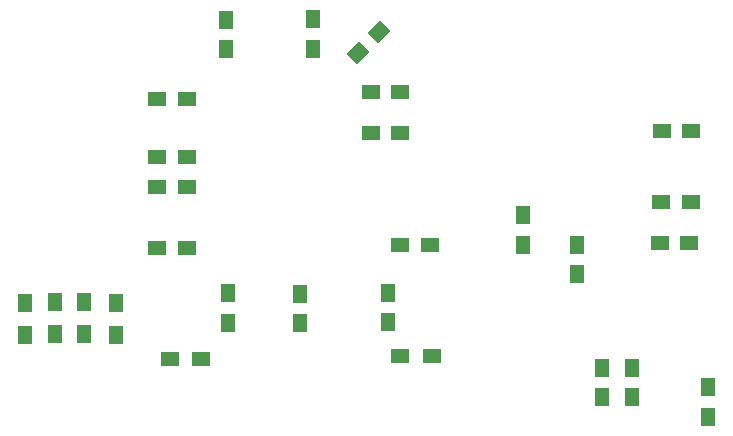
<source format=gbp>
G04 #@! TF.GenerationSoftware,KiCad,Pcbnew,(5.1.6)-1*
G04 #@! TF.CreationDate,2020-11-05T21:16:00+01:00*
G04 #@! TF.ProjectId,lag_tester,6c61675f-7465-4737-9465-722e6b696361,rev?*
G04 #@! TF.SameCoordinates,Original*
G04 #@! TF.FileFunction,Paste,Bot*
G04 #@! TF.FilePolarity,Positive*
%FSLAX46Y46*%
G04 Gerber Fmt 4.6, Leading zero omitted, Abs format (unit mm)*
G04 Created by KiCad (PCBNEW (5.1.6)-1) date 2020-11-05 21:16:00*
%MOMM*%
%LPD*%
G01*
G04 APERTURE LIST*
%ADD10R,1.500000X1.250000*%
%ADD11R,1.300000X1.500000*%
%ADD12R,1.250000X1.500000*%
%ADD13R,1.500000X1.300000*%
%ADD14C,0.100000*%
G04 APERTURE END LIST*
D10*
X124770000Y-92940000D03*
X127270000Y-92940000D03*
X105150000Y-96550000D03*
X102650000Y-96550000D03*
D11*
X75920000Y-101420000D03*
X75920000Y-104120000D03*
X78600000Y-101475000D03*
X78600000Y-104175000D03*
D10*
X127280000Y-86890000D03*
X124780000Y-86890000D03*
X127140000Y-96430000D03*
X124640000Y-96430000D03*
D12*
X113030000Y-96570000D03*
X113030000Y-94070000D03*
D13*
X102650000Y-106000000D03*
X105350000Y-106000000D03*
D11*
X70900000Y-101475000D03*
X70900000Y-104175000D03*
D12*
X117620000Y-99080000D03*
X117620000Y-96580000D03*
X94210000Y-103220000D03*
X94210000Y-100720000D03*
D10*
X84580000Y-89110000D03*
X82080000Y-89110000D03*
X84589999Y-91700000D03*
X82089999Y-91700000D03*
D12*
X101580000Y-103140000D03*
X101580000Y-100640000D03*
X88050000Y-103170000D03*
X88050000Y-100670000D03*
D10*
X100150000Y-87090000D03*
X102650000Y-87090000D03*
X82090000Y-96820000D03*
X84590000Y-96820000D03*
D12*
X122250000Y-106990000D03*
X122250000Y-109490000D03*
X119740000Y-109480000D03*
X119740000Y-106980000D03*
D10*
X84590000Y-84240000D03*
X82090000Y-84240000D03*
X100160000Y-83600000D03*
X102660000Y-83600000D03*
D14*
G36*
X98977729Y-81266155D02*
G01*
X98093845Y-80382271D01*
X99154505Y-79321611D01*
X100038389Y-80205495D01*
X98977729Y-81266155D01*
G37*
G36*
X100745495Y-79498389D02*
G01*
X99861611Y-78614505D01*
X100922271Y-77553845D01*
X101806155Y-78437729D01*
X100745495Y-79498389D01*
G37*
D12*
X87910000Y-77500000D03*
X87910000Y-80000000D03*
X95270000Y-77490000D03*
X95270000Y-79990000D03*
X128750000Y-108625000D03*
X128750000Y-111125000D03*
D13*
X83130000Y-106240000D03*
X85830000Y-106240000D03*
D11*
X73410000Y-101450000D03*
X73410000Y-104150000D03*
M02*

</source>
